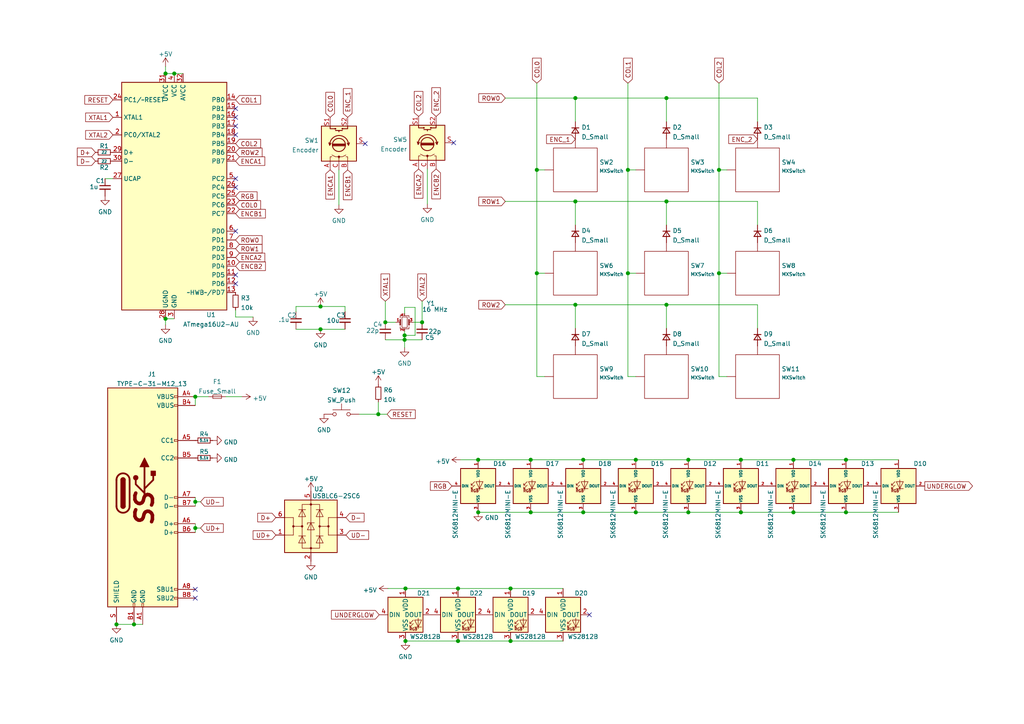
<source format=kicad_sch>
(kicad_sch (version 20210621) (generator eeschema)
  (paper "A4")
  (lib_symbols
    (symbol "Device:C_Small" (pin_numbers hide) (pin_names (offset 0.254) hide)
      (property "Reference" "C" (at 0.254 1.778 0))
      (property "Value" "C_Small" (at 0.254 -2.032 0))
      (symbol "C_Small_0_1"
        (polyline (pts (xy -1.524 -0.508) (xy 1.524 -0.508)) (stroke (width 0.3302)))
        (polyline (pts (xy -1.524 0.508) (xy 1.524 0.508)) (stroke (width 0.3048)))
      )
      (symbol "C_Small_1_1"
        (pin passive line (at 0 2.54 270) (length 2.032) (name "~") (number "1"))
        (pin passive line (at 0 -2.54 90) (length 2.032) (name "~") (number "2"))
      )
    )
    (symbol "Device:Crystal_GND24_Small" (pin_names (offset 1.016) hide)
      (property "Reference" "Y" (at 1.27 4.445 0))
      (property "Value" "Crystal_GND24_Small" (at 1.27 2.54 0))
      (symbol "Crystal_GND24_Small_0_1"
        (rectangle (start -0.762 -1.524) (end 0.762 1.524))
        (polyline (pts (xy -1.27 -0.762) (xy -1.27 0.762)) (stroke (width 0.381)))
        (polyline (pts (xy 1.27 -0.762) (xy 1.27 0.762)) (stroke (width 0.381)))
        (polyline (pts (xy -1.27 -1.27) (xy -1.27 -1.905) (xy 1.27 -1.905) (xy 1.27 -1.27)))
        (polyline (pts (xy -1.27 1.27) (xy -1.27 1.905) (xy 1.27 1.905) (xy 1.27 1.27)))
      )
      (symbol "Crystal_GND24_Small_1_1"
        (pin passive line (at -2.54 0 0) (length 1.27) (name "1") (number "1"))
        (pin passive line (at 0 -2.54 90) (length 0.635) (name "2") (number "2"))
        (pin passive line (at 2.54 0 180) (length 1.27) (name "3") (number "3"))
        (pin passive line (at 0 2.54 270) (length 0.635) (name "4") (number "4"))
      )
    )
    (symbol "Device:D_Small" (pin_numbers hide) (pin_names (offset 0.254) hide)
      (property "Reference" "D" (at -1.27 2.032 0))
      (property "Value" "D_Small" (at -3.81 -2.032 0))
      (symbol "D_Small_0_1"
        (polyline (pts (xy -0.762 -1.016) (xy -0.762 1.016)) (stroke (width 0.254)))
        (polyline (pts (xy -0.762 0) (xy 0.762 0)))
        (polyline (pts (xy 0.762 -1.016) (xy -0.762 0) (xy 0.762 1.016) (xy 0.762 -1.016)) (stroke (width 0.254)))
      )
      (symbol "D_Small_1_1"
        (pin passive line (at -2.54 0 0) (length 1.778) (name "K") (number "1"))
        (pin passive line (at 2.54 0 180) (length 1.778) (name "A") (number "2"))
      )
    )
    (symbol "Device:Fuse_Small" (pin_numbers hide) (pin_names (offset 0.254) hide)
      (property "Reference" "F" (at 0 -1.524 0))
      (property "Value" "Fuse_Small" (at 0 1.524 0))
      (symbol "Fuse_Small_0_1"
        (rectangle (start -1.27 0.508) (end 1.27 -0.508))
        (polyline (pts (xy -1.27 0) (xy 1.27 0)))
      )
      (symbol "Fuse_Small_1_1"
        (pin passive line (at -2.54 0 0) (length 1.27) (name "~") (number "1"))
        (pin passive line (at 2.54 0 180) (length 1.27) (name "~") (number "2"))
      )
    )
    (symbol "Device:R_Small" (pin_numbers hide) (pin_names (offset 0.254) hide)
      (property "Reference" "R" (at 0.762 0.508 0))
      (property "Value" "R_Small" (at 0.762 -1.016 0))
      (symbol "R_Small_0_1"
        (rectangle (start -0.762 1.778) (end 0.762 -1.778) (stroke (width 0.2032)))
      )
      (symbol "R_Small_1_1"
        (pin passive line (at 0 2.54 270) (length 0.762) (name "~") (number "1"))
        (pin passive line (at 0 -2.54 90) (length 0.762) (name "~") (number "2"))
      )
    )
    (symbol "LED:WS2812B" (pin_names (offset 0.254))
      (property "Reference" "D" (at 5.08 5.715 0))
      (property "Value" "WS2812B" (at 1.27 -5.715 0))
      (symbol "WS2812B_0_0"
        (text "RGB" (at 2.286 -4.191 0) (effects (font (size 0.762 0.762))))
      )
      (symbol "WS2812B_0_1"
        (rectangle (start 5.08 5.08) (end -5.08 -5.08) (stroke (width 0.254)) (fill (type background)))
        (polyline (pts (xy 1.27 -3.556) (xy 1.778 -3.556)))
        (polyline (pts (xy 1.27 -2.54) (xy 1.778 -2.54)))
        (polyline (pts (xy 4.699 -3.556) (xy 2.667 -3.556)))
        (polyline (pts (xy 2.286 -2.54) (xy 1.27 -3.556) (xy 1.27 -3.048)))
        (polyline (pts (xy 2.286 -1.524) (xy 1.27 -2.54) (xy 1.27 -2.032)))
        (polyline (pts (xy 3.683 -1.016) (xy 3.683 -3.556) (xy 3.683 -4.064)))
        (polyline (pts (xy 4.699 -1.524) (xy 2.667 -1.524) (xy 3.683 -3.556) (xy 4.699 -1.524)))
      )
      (symbol "WS2812B_1_1"
        (pin power_in line (at 0 7.62 270) (length 2.54) (name "VDD") (number "1"))
        (pin output line (at 7.62 0 180) (length 2.54) (name "DOUT") (number "2"))
        (pin power_in line (at 0 -7.62 90) (length 2.54) (name "VSS") (number "3"))
        (pin input line (at -7.62 0 0) (length 2.54) (name "DIN") (number "4"))
      )
    )
    (symbol "MCU_Microchip_ATmega:ATmega16U2-AU"
      (property "Reference" "U" (at -15.24 34.29 0))
      (property "Value" "ATmega16U2-AU" (at 2.54 -34.29 0))
      (symbol "ATmega16U2-AU_0_1"
        (rectangle (start -15.24 -33.02) (end 15.24 33.02) (stroke (width 0.254)) (fill (type background)))
      )
      (symbol "ATmega16U2-AU_1_1"
        (pin input line (at -17.78 22.86 0) (length 2.54) (name "XTAL1") (number "1"))
        (pin bidirectional line (at 17.78 -20.32 180) (length 2.54) (name "PD4") (number "10"))
        (pin bidirectional line (at 17.78 -22.86 180) (length 2.54) (name "PD5") (number "11"))
        (pin bidirectional line (at 17.78 -25.4 180) (length 2.54) (name "PD6") (number "12"))
        (pin bidirectional line (at 17.78 -27.94 180) (length 2.54) (name "~HWB~/PD7") (number "13"))
        (pin bidirectional line (at 17.78 27.94 180) (length 2.54) (name "PB0") (number "14"))
        (pin bidirectional line (at 17.78 25.4 180) (length 2.54) (name "PB1") (number "15"))
        (pin bidirectional line (at 17.78 22.86 180) (length 2.54) (name "PB2") (number "16"))
        (pin bidirectional line (at 17.78 20.32 180) (length 2.54) (name "PB3") (number "17"))
        (pin bidirectional line (at 17.78 17.78 180) (length 2.54) (name "PB4") (number "18"))
        (pin bidirectional line (at 17.78 15.24 180) (length 2.54) (name "PB5") (number "19"))
        (pin bidirectional line (at -17.78 17.78 0) (length 2.54) (name "PC0/XTAL2") (number "2"))
        (pin bidirectional line (at 17.78 12.7 180) (length 2.54) (name "PB6") (number "20"))
        (pin bidirectional line (at 17.78 10.16 180) (length 2.54) (name "PB7") (number "21"))
        (pin bidirectional line (at 17.78 -5.08 180) (length 2.54) (name "PC7") (number "22"))
        (pin bidirectional line (at 17.78 -2.54 180) (length 2.54) (name "PC6") (number "23"))
        (pin bidirectional line (at -17.78 27.94 0) (length 2.54) (name "PC1/~RESET") (number "24"))
        (pin bidirectional line (at 17.78 0 180) (length 2.54) (name "PC5") (number "25"))
        (pin bidirectional line (at 17.78 2.54 180) (length 2.54) (name "PC4") (number "26"))
        (pin passive line (at -17.78 5.08 0) (length 2.54) (name "UCAP") (number "27"))
        (pin power_in line (at -2.54 -35.56 90) (length 2.54) (name "UGND") (number "28"))
        (pin bidirectional line (at -17.78 12.7 0) (length 2.54) (name "D+") (number "29"))
        (pin power_in line (at 0 -35.56 90) (length 2.54) (name "GND") (number "3"))
        (pin bidirectional line (at -17.78 10.16 0) (length 2.54) (name "D-") (number "30"))
        (pin power_in line (at -2.54 35.56 270) (length 2.54) (name "UVCC") (number "31"))
        (pin power_in line (at 2.54 35.56 270) (length 2.54) (name "AVCC") (number "32"))
        (pin power_in line (at 0 35.56 270) (length 2.54) (name "VCC") (number "4"))
        (pin bidirectional line (at 17.78 5.08 180) (length 2.54) (name "PC2") (number "5"))
        (pin bidirectional line (at 17.78 -10.16 180) (length 2.54) (name "PD0") (number "6"))
        (pin bidirectional line (at 17.78 -12.7 180) (length 2.54) (name "PD1") (number "7"))
        (pin bidirectional line (at 17.78 -15.24 180) (length 2.54) (name "PD2") (number "8"))
        (pin bidirectional line (at 17.78 -17.78 180) (length 2.54) (name "PD3") (number "9"))
      )
    )
    (symbol "Power_Protection:USBLC6-2SC6" (pin_names hide)
      (property "Reference" "U" (at 2.54 8.89 0))
      (property "Value" "USBLC6-2SC6" (at 2.54 -8.89 0))
      (symbol "USBLC6-2SC6_0_1"
        (circle (center -5.08 0) (radius 0.254) (fill (type outline)))
        (circle (center -2.54 0) (radius 0.254) (fill (type outline)))
        (circle (center 0 -6.35) (radius 0.254) (fill (type outline)))
        (circle (center 0 6.35) (radius 0.254) (fill (type outline)))
        (circle (center 2.54 0) (radius 0.254) (fill (type outline)))
        (circle (center 5.08 0) (radius 0.254) (fill (type outline)))
        (rectangle (start -2.54 6.35) (end 2.54 -6.35))
        (rectangle (start -7.62 -7.62) (end 7.62 7.62) (stroke (width 0.254)) (fill (type background)))
        (polyline (pts (xy -5.08 -2.54) (xy -7.62 -2.54)))
        (polyline (pts (xy -5.08 0) (xy -5.08 -2.54)))
        (polyline (pts (xy -5.08 2.54) (xy -7.62 2.54)))
        (polyline (pts (xy -1.524 -2.794) (xy -3.556 -2.794)))
        (polyline (pts (xy -1.524 4.826) (xy -3.556 4.826)))
        (polyline (pts (xy 0 -7.62) (xy 0 -6.35)))
        (polyline (pts (xy 0 -6.35) (xy 0 1.27)))
        (polyline (pts (xy 0 1.27) (xy 0 6.35)))
        (polyline (pts (xy 0 6.35) (xy 0 7.62)))
        (polyline (pts (xy 1.524 -2.794) (xy 3.556 -2.794)))
        (polyline (pts (xy 1.524 4.826) (xy 3.556 4.826)))
        (polyline (pts (xy 5.08 -2.54) (xy 7.62 -2.54)))
        (polyline (pts (xy 5.08 0) (xy 5.08 -2.54)))
        (polyline (pts (xy 5.08 2.54) (xy 7.62 2.54)))
        (polyline (pts (xy -2.54 0) (xy -5.08 0) (xy -5.08 2.54)))
        (polyline (pts (xy 2.54 0) (xy 5.08 0) (xy 5.08 2.54)))
        (polyline (pts (xy -3.556 -4.826) (xy -1.524 -4.826) (xy -2.54 -2.794) (xy -3.556 -4.826)))
        (polyline (pts (xy -3.556 2.794) (xy -1.524 2.794) (xy -2.54 4.826) (xy -3.556 2.794)))
        (polyline (pts (xy -1.016 -1.016) (xy 1.016 -1.016) (xy 0 1.016) (xy -1.016 -1.016)))
        (polyline (pts (xy 1.016 1.016) (xy 0.762 1.016) (xy -1.016 1.016) (xy -1.016 0.508)))
        (polyline (pts (xy 3.556 -4.826) (xy 1.524 -4.826) (xy 2.54 -2.794) (xy 3.556 -4.826)))
        (polyline (pts (xy 3.556 2.794) (xy 1.524 2.794) (xy 2.54 4.826) (xy 3.556 2.794)))
      )
      (symbol "USBLC6-2SC6_1_1"
        (pin passive line (at -10.16 -2.54 0) (length 2.54) (name "I/O1") (number "1"))
        (pin passive line (at 0 -10.16 90) (length 2.54) (name "GND") (number "2"))
        (pin passive line (at 10.16 -2.54 180) (length 2.54) (name "I/O2") (number "3"))
        (pin passive line (at 10.16 2.54 180) (length 2.54) (name "I/O2") (number "4"))
        (pin passive line (at 0 10.16 270) (length 2.54) (name "VBUS") (number "5"))
        (pin passive line (at -10.16 2.54 0) (length 2.54) (name "I/O1") (number "6"))
      )
    )
    (symbol "Switch:SW_Push" (pin_numbers hide) (pin_names (offset 1.016) hide)
      (property "Reference" "SW" (at 1.27 2.54 0))
      (property "Value" "SW_Push" (at 0 -1.524 0))
      (symbol "SW_Push_0_1"
        (circle (center -2.032 0) (radius 0.508))
        (circle (center 2.032 0) (radius 0.508))
        (polyline (pts (xy 0 1.27) (xy 0 3.048)))
        (polyline (pts (xy 2.54 1.27) (xy -2.54 1.27)))
        (pin passive line (at -5.08 0 0) (length 2.54) (name "1") (number "1"))
        (pin passive line (at 5.08 0 180) (length 2.54) (name "2") (number "2"))
      )
    )
    (symbol "acheronSymbols:MXSwitch" (pin_names (offset 1.016))
      (property "Reference" "SW" (at 0 0 0))
      (property "Value" "MXSwitch" (at 0 -3.81 0))
      (symbol "MXSwitch_0_1"
        (rectangle (start -6.35 6.35) (end 6.35 -6.35))
        (polyline (pts (xy -6.35 0) (xy -8.89 0)))
        (polyline (pts (xy 0 6.35) (xy 0 8.89)))
      )
      (symbol "MXSwitch_1_1"
        (pin output line (at -8.89 0 0) (length 2.54) hide (name "Col") (number "1"))
        (pin input line (at 0 8.89 270) (length 2.54) hide (name "Row") (number "2"))
      )
    )
    (symbol "acheronSymbols:Rotary_Encoder_Switch_Chassis" (pin_names (offset 0.254) hide)
      (property "Reference" "SW" (at 0 6.604 0))
      (property "Value" "Rotary_Encoder_Switch_Chassis" (at 0 -6.604 0))
      (symbol "Rotary_Encoder_Switch_Chassis_0_1"
        (arc (start -0.381 -2.794) (end -0.381 2.667) (radius (at -0.381 -0.0508) (length 2.7432) (angles -89.9 89.9)) (stroke (width 0.254)))
        (circle (center -0.381 0) (radius 1.905) (stroke (width 0.254)))
        (circle (center 4.318 -1.016) (radius 0.127) (stroke (width 0.254)))
        (circle (center 4.318 1.016) (radius 0.127) (stroke (width 0.254)))
        (circle (center -3.81 0) (radius 0.254) (fill (type outline)))
        (rectangle (start -5.08 5.08) (end 5.08 -5.08) (stroke (width 0.254)) (fill (type background)))
        (polyline (pts (xy -0.635 -1.778) (xy -0.635 1.778)) (stroke (width 0.254)))
        (polyline (pts (xy -0.381 -1.778) (xy -0.381 1.778)) (stroke (width 0.254)))
        (polyline (pts (xy -0.127 1.778) (xy -0.127 -1.778)) (stroke (width 0.254)))
        (polyline (pts (xy 3.81 0) (xy 3.429 0)) (stroke (width 0.254)))
        (polyline (pts (xy 3.81 1.016) (xy 3.81 -1.016)) (stroke (width 0.254)))
        (polyline (pts (xy -5.08 -2.54) (xy -3.81 -2.54) (xy -3.81 -2.032)))
        (polyline (pts (xy -5.08 2.54) (xy -3.81 2.54) (xy -3.81 2.032)))
        (polyline (pts (xy 0.254 -3.048) (xy -0.508 -2.794) (xy 0.127 -2.413)) (stroke (width 0.254)))
        (polyline (pts (xy 0.254 2.921) (xy -0.508 2.667) (xy 0.127 2.286)) (stroke (width 0.254)))
        (polyline (pts (xy 5.08 -2.54) (xy 4.318 -2.54) (xy 4.318 -1.016)) (stroke (width 0.254)))
        (polyline (pts (xy 5.08 2.54) (xy 4.318 2.54) (xy 4.318 1.016)) (stroke (width 0.254)))
        (polyline (pts (xy -5.08 0) (xy -3.81 0) (xy -3.81 -1.016) (xy -3.302 -2.032)))
        (polyline (pts (xy -4.318 0) (xy -3.81 0) (xy -3.81 1.016) (xy -3.302 2.032)))
      )
      (symbol "Rotary_Encoder_Switch_Chassis_1_1"
        (pin passive line (at -7.62 2.54 0) (length 2.54) (name "A") (number "A"))
        (pin passive line (at -7.62 -2.54 0) (length 2.54) (name "B") (number "B"))
        (pin passive line (at -7.62 0 0) (length 2.54) (name "C") (number "C"))
        (pin bidirectional line (at 0 -7.62 90) (length 2.54) (name "Shield") (number "S"))
        (pin passive line (at 7.62 2.54 180) (length 2.54) (name "S1") (number "S1"))
        (pin passive line (at 7.62 -2.54 180) (length 2.54) (name "S2") (number "S2"))
      )
    )
    (symbol "acheronSymbols:SK6812MINI-E" (pin_names (offset 0.254))
      (property "Reference" "D" (at 5.08 5.715 0))
      (property "Value" "SK6812MINI-E" (at 1.27 -5.715 0))
      (property "MFN" "Dongguan Opsco Optoelectronics" (at 0 -11.176 0))
      (property "MPN" "SK812MINI-E" (at 0 -9.652 0))
      (property "PKG" "3228" (at 0 -12.954 0))
      (symbol "SK6812MINI-E_0_0"
        (text "RGB" (at -1.016 -1.397 0) (effects (font (size 0.762 0.762))))
      )
      (symbol "SK6812MINI-E_0_1"
        (rectangle (start 5.08 5.08) (end -5.08 -5.08) (stroke (width 0.254)) (fill (type background)))
        (polyline (pts (xy -2.032 -0.762) (xy -1.524 -0.762)))
        (polyline (pts (xy -2.032 0.254) (xy -1.524 0.254)))
        (polyline (pts (xy 1.397 -0.762) (xy -0.635 -0.762)))
        (polyline (pts (xy -1.016 0.254) (xy -2.032 -0.762) (xy -2.032 -0.254)))
        (polyline (pts (xy -1.016 1.27) (xy -2.032 0.254) (xy -2.032 0.762)))
        (polyline (pts (xy 0.381 1.778) (xy 0.381 -0.762) (xy 0.381 -1.27)))
        (polyline (pts (xy 1.397 1.27) (xy -0.635 1.27) (xy 0.381 -0.762) (xy 1.397 1.27)))
      )
      (symbol "SK6812MINI-E_1_1"
        (pin power_in line (at 0 7.62 270) (length 2.54) (name "VDD") (number "1"))
        (pin output line (at 7.62 0 180) (length 2.54) (name "DOUT") (number "2"))
        (pin power_in line (at 0 -7.62 90) (length 2.54) (name "VSS") (number "3"))
        (pin input line (at -7.62 0 0) (length 2.54) (name "DIN") (number "4"))
      )
    )
    (symbol "acheronSymbols:TYPE-C-31-M12_13" (pin_names (offset 1.016))
      (property "Reference" "J" (at -1.27 35.56 0))
      (property "Value" "TYPE-C-31-M12_13" (at 10.16 33.02 0))
      (symbol "TYPE-C-31-M12_13_0_0"
        (text "SS" (at 0.508 -3.175 900) (effects (font (size 5.08 5.08) bold italic)))
        (rectangle (start -0.254 -31.75) (end 0.254 -30.734))
        (rectangle (start 10.16 -28.956) (end 9.144 -29.464))
        (rectangle (start 10.16 -26.416) (end 9.144 -26.924))
        (rectangle (start 10.16 -9.906) (end 9.144 -10.414))
        (rectangle (start 10.16 -7.366) (end 9.144 -7.874))
        (rectangle (start 10.16 -2.286) (end 9.144 -2.794))
        (rectangle (start 10.16 0.254) (end 9.144 -0.254))
        (rectangle (start 10.16 11.684) (end 9.144 11.176))
        (rectangle (start 10.16 16.764) (end 9.144 16.256))
        (rectangle (start 10.16 29.464) (end 9.144 28.956))
      )
      (symbol "TYPE-C-31-M12_13_0_1"
        (arc (start -7.62 -2.54) (end -3.81 -2.54) (radius (at -5.715 -2.54) (length 1.905) (angles -179.9 -0.1)) (stroke (width 0.508)))
        (arc (start -6.35 -2.54) (end -5.08 -2.54) (radius (at -5.715 -2.54) (length 0.635) (angles -179.9 -0.1)) (stroke (width 0.254)))
        (arc (start -5.08 5.08) (end -6.35 5.08) (radius (at -5.715 5.08) (length 0.635) (angles 0.1 179.9)) (stroke (width 0.254)))
        (arc (start -3.81 5.08) (end -7.62 5.08) (radius (at -5.715 5.08) (length 1.905) (angles 0.1 179.9)) (stroke (width 0.508)))
        (arc (start -6.35 -2.54) (end -5.08 -2.54) (radius (at -5.715 -2.54) (length 0.635) (angles -179.9 -0.1)) (stroke (width 0.254)) (fill (type outline)))
        (arc (start -5.08 5.08) (end -6.35 5.08) (radius (at -5.715 5.08) (length 0.635) (angles 0.1 179.9)) (stroke (width 0.254)) (fill (type outline)))
        (circle (center -2.032 5.715) (radius 0.635) (stroke (width 0.254)) (fill (type outline)))
        (rectangle (start -6.35 -2.54) (end -5.08 5.08) (stroke (width 0.254)) (fill (type outline)))
        (rectangle (start 2.413 6.35) (end 3.683 7.62) (stroke (width 0.254)) (fill (type outline)))
        (rectangle (start -10.16 31.75) (end 10.16 -31.75) (stroke (width 0.254)) (fill (type background)))
        (polyline (pts (xy -7.62 -2.54) (xy -7.62 5.08)) (stroke (width 0.508)))
        (polyline (pts (xy -3.81 5.08) (xy -3.81 -2.54)) (stroke (width 0.508)))
        (polyline (pts (xy 0.508 0) (xy 0.508 8.89)) (stroke (width 0.508)))
        (polyline (pts (xy 0.508 1.27) (xy -2.032 3.81) (xy -2.032 5.08)) (stroke (width 0.508)))
        (polyline (pts (xy 0.508 2.54) (xy 3.048 5.08) (xy 3.048 6.35)) (stroke (width 0.508)))
        (polyline (pts (xy -0.762 8.89) (xy 0.508 11.43) (xy 1.778 8.89) (xy -0.762 8.89)) (stroke (width 0.254)) (fill (type outline)))
      )
      (symbol "TYPE-C-31-M12_13_1_1"
        (rectangle (start -2.794 -31.75) (end -2.286 -30.734))
        (rectangle (start 10.16 26.924) (end 9.144 26.416))
        (pin power_out line (at 0 -36.83 90) (length 5.08) (name "GND") (number "A1"))
        (pin power_out line (at 15.24 29.21 180) (length 5.08) (name "VBUS") (number "A4"))
        (pin bidirectional line (at 15.24 16.51 180) (length 5.08) (name "CC1") (number "A5"))
        (pin bidirectional line (at 15.24 -7.62 180) (length 5.08) (name "D+") (number "A6"))
        (pin bidirectional line (at 15.24 0 180) (length 5.08) (name "D-") (number "A7"))
        (pin bidirectional line (at 15.24 -26.67 180) (length 5.08) (name "SBU1") (number "A8"))
        (pin power_out line (at -2.54 -36.83 90) (length 5.08) (name "GND") (number "B1"))
        (pin power_out line (at 15.24 26.67 180) (length 5.08) (name "VBUS") (number "B4"))
        (pin bidirectional line (at 15.24 11.43 180) (length 5.08) (name "CC2") (number "B5"))
        (pin bidirectional line (at 15.24 -10.16 180) (length 5.08) (name "D+") (number "B6"))
        (pin bidirectional line (at 15.24 -2.54 180) (length 5.08) (name "D-") (number "B7"))
        (pin bidirectional line (at 15.24 -29.21 180) (length 5.08) (name "SBU2") (number "B8"))
        (pin passive line (at -7.62 -36.83 90) (length 5.08) (name "SHIELD") (number "S"))
      )
    )
    (symbol "power:+5V" (power) (pin_names (offset 0))
      (property "Value" "+5V" (at 0 3.556 0))
      (symbol "+5V_0_1"
        (polyline (pts (xy -0.762 1.27) (xy 0 2.54)))
        (polyline (pts (xy 0 0) (xy 0 2.54)))
        (polyline (pts (xy 0 2.54) (xy 0.762 1.27)))
      )
      (symbol "+5V_1_1"
        (pin power_in line (at 0 0 90) (length 0) hide (name "+5V") (number "1"))
      )
    )
    (symbol "power:GND" (power) (pin_names (offset 0))
      (property "Value" "GND" (at 0 -3.81 0))
      (symbol "GND_0_1"
        (polyline (pts (xy 0 0) (xy 0 -1.27) (xy 1.27 -1.27) (xy 0 -2.54) (xy -1.27 -1.27) (xy 0 -1.27)))
      )
      (symbol "GND_1_1"
        (pin power_in line (at 0 0 270) (length 0) hide (name "GND") (number "1"))
      )
    )
  )
  (junction (at 33.782 181.102) (diameter 1.016))
  (junction (at 38.862 181.102) (diameter 1.016))
  (junction (at 48.006 21.336) (diameter 1.016))
  (junction (at 48.006 92.456) (diameter 1.016))
  (junction (at 50.546 21.336) (diameter 1.016))
  (junction (at 56.642 115.062) (diameter 1.016))
  (junction (at 56.642 145.542) (diameter 1.016))
  (junction (at 56.642 153.162) (diameter 1.016))
  (junction (at 92.964 88.9) (diameter 1.016))
  (junction (at 92.964 95.504) (diameter 1.016))
  (junction (at 109.728 120.142) (diameter 1.016))
  (junction (at 111.76 93.472) (diameter 1.016))
  (junction (at 117.348 97.282) (diameter 1.016))
  (junction (at 117.348 98.552) (diameter 1.016))
  (junction (at 117.602 170.688) (diameter 1.016))
  (junction (at 117.602 185.928) (diameter 1.016))
  (junction (at 122.428 93.472) (diameter 1.016))
  (junction (at 132.842 170.688) (diameter 1.016))
  (junction (at 132.842 185.928) (diameter 1.016))
  (junction (at 138.684 133.35) (diameter 1.016))
  (junction (at 138.699 148.59) (diameter 1.016))
  (junction (at 148.082 170.688) (diameter 1.016))
  (junction (at 148.082 185.928) (diameter 1.016))
  (junction (at 153.924 133.35) (diameter 1.016))
  (junction (at 153.924 148.59) (diameter 1.016))
  (junction (at 155.702 49.276) (diameter 1.016))
  (junction (at 155.702 79.248) (diameter 1.016))
  (junction (at 166.878 28.448) (diameter 1.016))
  (junction (at 166.878 58.42) (diameter 1.016))
  (junction (at 166.878 88.392) (diameter 1.016))
  (junction (at 169.164 133.35) (diameter 1.016))
  (junction (at 169.164 148.59) (diameter 1.016))
  (junction (at 182.118 49.276) (diameter 1.016))
  (junction (at 182.118 79.248) (diameter 1.016))
  (junction (at 184.404 133.35) (diameter 1.016))
  (junction (at 184.404 148.59) (diameter 1.016))
  (junction (at 193.294 28.448) (diameter 1.016))
  (junction (at 193.294 58.42) (diameter 1.016))
  (junction (at 193.294 88.392) (diameter 1.016))
  (junction (at 199.644 133.35) (diameter 1.016))
  (junction (at 199.644 148.59) (diameter 1.016))
  (junction (at 208.534 49.276) (diameter 1.016))
  (junction (at 208.534 79.248) (diameter 1.016))
  (junction (at 214.884 133.35) (diameter 1.016))
  (junction (at 214.884 148.59) (diameter 1.016))
  (junction (at 230.124 133.35) (diameter 1.016))
  (junction (at 230.124 148.59) (diameter 1.016))
  (junction (at 245.364 133.35) (diameter 1.016))
  (junction (at 245.364 148.59) (diameter 1.016))
  (no_connect (at 56.642 170.942))
  (no_connect (at 56.642 173.482))
  (no_connect (at 68.326 31.496))
  (no_connect (at 68.326 34.036))
  (no_connect (at 68.326 36.576))
  (no_connect (at 68.326 39.116))
  (no_connect (at 68.326 51.816))
  (no_connect (at 68.326 54.356))
  (no_connect (at 68.326 67.056))
  (no_connect (at 68.326 79.756))
  (no_connect (at 68.326 82.296))
  (no_connect (at 105.918 41.656))
  (no_connect (at 131.572 41.402))
  (no_connect (at 170.942 178.308))
  (wire (pts (xy 30.48 51.816) (xy 32.766 51.816)))
  (wire (pts (xy 33.782 181.102) (xy 38.862 181.102)))
  (wire (pts (xy 38.862 181.102) (xy 41.402 181.102)))
  (wire (pts (xy 48.006 19.304) (xy 48.006 21.336)))
  (wire (pts (xy 48.006 21.336) (xy 50.546 21.336)))
  (wire (pts (xy 48.006 92.456) (xy 48.006 94.234)))
  (wire (pts (xy 48.006 92.456) (xy 50.546 92.456)))
  (wire (pts (xy 50.546 21.336) (xy 53.086 21.336)))
  (wire (pts (xy 56.642 115.062) (xy 56.642 117.602)))
  (wire (pts (xy 56.642 115.062) (xy 60.452 115.062)))
  (wire (pts (xy 56.642 144.272) (xy 56.642 145.542)))
  (wire (pts (xy 56.642 145.542) (xy 56.642 146.812)))
  (wire (pts (xy 56.642 145.542) (xy 58.166 145.542)))
  (wire (pts (xy 56.642 151.892) (xy 56.642 153.162)))
  (wire (pts (xy 56.642 153.162) (xy 56.642 154.432)))
  (wire (pts (xy 56.642 153.162) (xy 58.166 153.162)))
  (wire (pts (xy 65.532 115.062) (xy 70.104 115.062)))
  (wire (pts (xy 68.326 89.916) (xy 68.326 91.948)))
  (wire (pts (xy 68.326 91.948) (xy 73.406 91.948)))
  (wire (pts (xy 85.852 88.9) (xy 85.852 90.424)))
  (wire (pts (xy 85.852 88.9) (xy 92.964 88.9)))
  (wire (pts (xy 85.852 95.504) (xy 92.964 95.504)))
  (wire (pts (xy 92.964 88.9) (xy 100.076 88.9)))
  (wire (pts (xy 92.964 95.504) (xy 100.076 95.504)))
  (wire (pts (xy 98.298 49.276) (xy 98.298 59.436)))
  (wire (pts (xy 100.076 88.9) (xy 100.076 90.424)))
  (wire (pts (xy 104.14 120.142) (xy 109.728 120.142)))
  (wire (pts (xy 109.728 116.586) (xy 109.728 120.142)))
  (wire (pts (xy 109.728 120.142) (xy 112.268 120.142)))
  (wire (pts (xy 111.76 87.376) (xy 111.76 93.472)))
  (wire (pts (xy 111.76 93.472) (xy 114.808 93.472)))
  (wire (pts (xy 111.76 98.552) (xy 117.348 98.552)))
  (wire (pts (xy 112.522 170.688) (xy 117.602 170.688)))
  (wire (pts (xy 117.348 89.154) (xy 120.396 89.154)))
  (wire (pts (xy 117.348 90.932) (xy 117.348 89.154)))
  (wire (pts (xy 117.348 96.012) (xy 117.348 97.282)))
  (wire (pts (xy 117.348 97.282) (xy 117.348 98.552)))
  (wire (pts (xy 117.348 98.552) (xy 117.348 100.838)))
  (wire (pts (xy 117.348 98.552) (xy 122.428 98.552)))
  (wire (pts (xy 117.602 170.688) (xy 132.842 170.688)))
  (wire (pts (xy 117.602 185.928) (xy 132.842 185.928)))
  (wire (pts (xy 119.888 93.472) (xy 122.428 93.472)))
  (wire (pts (xy 120.396 89.154) (xy 120.396 97.282)))
  (wire (pts (xy 120.396 97.282) (xy 117.348 97.282)))
  (wire (pts (xy 122.428 87.376) (xy 122.428 93.472)))
  (wire (pts (xy 123.952 49.022) (xy 123.952 59.182)))
  (wire (pts (xy 132.842 170.688) (xy 148.082 170.688)))
  (wire (pts (xy 132.842 185.928) (xy 148.082 185.928)))
  (wire (pts (xy 133.604 133.35) (xy 138.684 133.35)))
  (wire (pts (xy 138.684 133.35) (xy 153.924 133.35)))
  (wire (pts (xy 138.684 148.59) (xy 138.699 148.59)))
  (wire (pts (xy 138.699 148.59) (xy 153.924 148.59)))
  (wire (pts (xy 148.082 170.688) (xy 163.322 170.688)))
  (wire (pts (xy 148.082 185.928) (xy 163.322 185.928)))
  (wire (pts (xy 153.924 133.35) (xy 169.164 133.35)))
  (wire (pts (xy 153.924 148.59) (xy 169.164 148.59)))
  (wire (pts (xy 155.702 24.13) (xy 155.702 49.276)))
  (wire (pts (xy 155.702 49.276) (xy 155.702 79.248)))
  (wire (pts (xy 155.702 79.248) (xy 155.702 109.22)))
  (wire (pts (xy 157.988 49.276) (xy 155.702 49.276)))
  (wire (pts (xy 157.988 79.248) (xy 155.702 79.248)))
  (wire (pts (xy 157.988 109.22) (xy 155.702 109.22)))
  (wire (pts (xy 166.878 28.448) (xy 146.558 28.448)))
  (wire (pts (xy 166.878 28.448) (xy 193.294 28.448)))
  (wire (pts (xy 166.878 35.306) (xy 166.878 28.448)))
  (wire (pts (xy 166.878 58.42) (xy 146.558 58.42)))
  (wire (pts (xy 166.878 58.42) (xy 193.294 58.42)))
  (wire (pts (xy 166.878 65.278) (xy 166.878 58.42)))
  (wire (pts (xy 166.878 88.392) (xy 146.558 88.392)))
  (wire (pts (xy 166.878 88.392) (xy 193.294 88.392)))
  (wire (pts (xy 166.878 95.25) (xy 166.878 88.392)))
  (wire (pts (xy 169.164 133.35) (xy 184.404 133.35)))
  (wire (pts (xy 169.164 148.59) (xy 184.404 148.59)))
  (wire (pts (xy 182.118 24.13) (xy 182.118 49.276)))
  (wire (pts (xy 182.118 49.276) (xy 182.118 79.248)))
  (wire (pts (xy 182.118 79.248) (xy 182.118 109.22)))
  (wire (pts (xy 184.404 49.276) (xy 182.118 49.276)))
  (wire (pts (xy 184.404 79.248) (xy 182.118 79.248)))
  (wire (pts (xy 184.404 109.22) (xy 182.118 109.22)))
  (wire (pts (xy 184.404 133.35) (xy 199.644 133.35)))
  (wire (pts (xy 184.404 148.59) (xy 199.644 148.59)))
  (wire (pts (xy 193.294 28.448) (xy 219.71 28.448)))
  (wire (pts (xy 193.294 35.306) (xy 193.294 28.448)))
  (wire (pts (xy 193.294 58.42) (xy 219.71 58.42)))
  (wire (pts (xy 193.294 65.278) (xy 193.294 58.42)))
  (wire (pts (xy 193.294 88.392) (xy 219.71 88.392)))
  (wire (pts (xy 193.294 95.25) (xy 193.294 88.392)))
  (wire (pts (xy 199.644 133.35) (xy 214.884 133.35)))
  (wire (pts (xy 199.644 148.59) (xy 214.884 148.59)))
  (wire (pts (xy 208.534 24.13) (xy 208.534 49.276)))
  (wire (pts (xy 208.534 49.276) (xy 208.534 79.248)))
  (wire (pts (xy 208.534 79.248) (xy 208.534 109.22)))
  (wire (pts (xy 210.82 49.276) (xy 208.534 49.276)))
  (wire (pts (xy 210.82 79.248) (xy 208.534 79.248)))
  (wire (pts (xy 210.82 109.22) (xy 208.534 109.22)))
  (wire (pts (xy 214.884 133.35) (xy 230.124 133.35)))
  (wire (pts (xy 214.884 148.59) (xy 230.124 148.59)))
  (wire (pts (xy 219.71 35.306) (xy 219.71 28.448)))
  (wire (pts (xy 219.71 65.278) (xy 219.71 58.42)))
  (wire (pts (xy 219.71 95.25) (xy 219.71 88.392)))
  (wire (pts (xy 230.124 133.35) (xy 245.364 133.35)))
  (wire (pts (xy 230.124 148.59) (xy 245.364 148.59)))
  (wire (pts (xy 245.364 133.35) (xy 260.604 133.35)))
  (wire (pts (xy 245.364 148.59) (xy 260.604 148.59)))
  (global_label "D+" (shape input) (at 27.686 44.196 180) (property "Intersheet References" "${INTERSHEET_REFS}" (effects hide)))
  (global_label "D-" (shape input) (at 27.686 46.736 180) (property "Intersheet References" "${INTERSHEET_REFS}" (effects hide)))
  (global_label "RESET" (shape input) (at 32.766 28.956 180) (property "Intersheet References" "${INTERSHEET_REFS}" (effects hide)))
  (global_label "XTAL1" (shape input) (at 32.766 34.036 180) (property "Intersheet References" "${INTERSHEET_REFS}" (effects hide)))
  (global_label "XTAL2" (shape input) (at 32.766 39.116 180) (property "Intersheet References" "${INTERSHEET_REFS}" (effects hide)))
  (global_label "UD-" (shape input) (at 58.166 145.542 0) (property "Intersheet References" "${INTERSHEET_REFS}" (effects hide)))
  (global_label "UD+" (shape input) (at 58.166 153.162 0) (property "Intersheet References" "${INTERSHEET_REFS}" (effects hide)))
  (global_label "COL1" (shape input) (at 68.326 28.956 0) (property "Intersheet References" "${INTERSHEET_REFS}" (effects hide)))
  (global_label "COL2" (shape input) (at 68.326 41.656 0) (property "Intersheet References" "${INTERSHEET_REFS}" (effects hide)))
  (global_label "ROW2" (shape input) (at 68.326 44.196 0) (property "Intersheet References" "${INTERSHEET_REFS}" (effects hide)))
  (global_label "ENCA1" (shape input) (at 68.326 46.736 0) (property "Intersheet References" "${INTERSHEET_REFS}" (effects hide)))
  (global_label "RGB" (shape input) (at 68.326 56.896 0) (property "Intersheet References" "${INTERSHEET_REFS}" (effects hide)))
  (global_label "COL0" (shape input) (at 68.326 59.436 0) (property "Intersheet References" "${INTERSHEET_REFS}" (effects hide)))
  (global_label "ENCB1" (shape input) (at 68.326 61.976 0) (property "Intersheet References" "${INTERSHEET_REFS}" (effects hide)))
  (global_label "ROW0" (shape input) (at 68.326 69.596 0) (property "Intersheet References" "${INTERSHEET_REFS}" (effects hide)))
  (global_label "ROW1" (shape input) (at 68.326 72.136 0) (property "Intersheet References" "${INTERSHEET_REFS}" (effects hide)))
  (global_label "ENCA2" (shape input) (at 68.326 74.676 0) (property "Intersheet References" "${INTERSHEET_REFS}" (effects hide)))
  (global_label "ENCB2" (shape input) (at 68.326 77.216 0) (property "Intersheet References" "${INTERSHEET_REFS}" (effects hide)))
  (global_label "D+" (shape input) (at 80.01 150.114 180) (property "Intersheet References" "${INTERSHEET_REFS}" (effects hide)))
  (global_label "UD+" (shape input) (at 80.01 155.194 180) (property "Intersheet References" "${INTERSHEET_REFS}" (effects hide)))
  (global_label "COL0" (shape input) (at 95.758 34.036 90) (property "Intersheet References" "${INTERSHEET_REFS}" (effects hide)))
  (global_label "ENCA1" (shape input) (at 95.758 49.276 270) (property "Intersheet References" "${INTERSHEET_REFS}" (effects hide)))
  (global_label "D-" (shape input) (at 100.33 150.114 0) (property "Intersheet References" "${INTERSHEET_REFS}" (effects hide)))
  (global_label "UD-" (shape input) (at 100.33 155.194 0) (property "Intersheet References" "${INTERSHEET_REFS}" (effects hide)))
  (global_label "ENC_1" (shape input) (at 100.838 34.036 90) (property "Intersheet References" "${INTERSHEET_REFS}" (effects hide)))
  (global_label "ENCB1" (shape input) (at 100.838 49.276 270) (property "Intersheet References" "${INTERSHEET_REFS}" (effects hide)))
  (global_label "UNDERGLOW" (shape input) (at 109.982 178.308 180) (property "Intersheet References" "${INTERSHEET_REFS}" (effects hide)))
  (global_label "XTAL1" (shape input) (at 111.76 87.376 90) (property "Intersheet References" "${INTERSHEET_REFS}" (effects hide)))
  (global_label "RESET" (shape input) (at 112.268 120.142 0) (property "Intersheet References" "${INTERSHEET_REFS}" (effects hide)))
  (global_label "COL2" (shape input) (at 121.412 33.782 90) (property "Intersheet References" "${INTERSHEET_REFS}" (effects hide)))
  (global_label "ENCA2" (shape input) (at 121.412 49.022 270) (property "Intersheet References" "${INTERSHEET_REFS}" (effects hide)))
  (global_label "XTAL2" (shape input) (at 122.428 87.376 90) (property "Intersheet References" "${INTERSHEET_REFS}" (effects hide)))
  (global_label "ENC_2" (shape input) (at 126.492 33.782 90) (property "Intersheet References" "${INTERSHEET_REFS}" (effects hide)))
  (global_label "ENCB2" (shape input) (at 126.492 49.022 270) (property "Intersheet References" "${INTERSHEET_REFS}" (effects hide)))
  (global_label "RGB" (shape input) (at 131.064 140.97 180) (property "Intersheet References" "${INTERSHEET_REFS}" (effects hide)))
  (global_label "ROW0" (shape input) (at 146.558 28.448 180) (property "Intersheet References" "${INTERSHEET_REFS}" (effects hide)))
  (global_label "ROW1" (shape input) (at 146.558 58.42 180) (property "Intersheet References" "${INTERSHEET_REFS}" (effects hide)))
  (global_label "ROW2" (shape input) (at 146.558 88.392 180) (property "Intersheet References" "${INTERSHEET_REFS}" (effects hide)))
  (global_label "COL0" (shape input) (at 155.702 24.13 90) (property "Intersheet References" "${INTERSHEET_REFS}" (effects hide)))
  (global_label "ENC_1" (shape input) (at 166.878 40.386 180) (property "Intersheet References" "${INTERSHEET_REFS}" (effects hide)))
  (global_label "COL1" (shape input) (at 182.118 24.13 90) (property "Intersheet References" "${INTERSHEET_REFS}" (effects hide)))
  (global_label "COL2" (shape input) (at 208.534 24.13 90) (property "Intersheet References" "${INTERSHEET_REFS}" (effects hide)))
  (global_label "ENC_2" (shape input) (at 219.71 40.386 180) (property "Intersheet References" "${INTERSHEET_REFS}" (effects hide)))
  (global_label "UNDERGLOW" (shape output) (at 268.224 140.97 0) (property "Intersheet References" "${INTERSHEET_REFS}" (effects hide)))
  (symbol (lib_id "power:+5V") (at 48.006 19.304 0) (unit 1)
    (property "Reference" "#PWR01" (effects hide))
    (property "Value" "+5V" (at 48.006 15.6994 0))
  )
  (symbol (lib_id "power:+5V") (at 70.104 115.062 270) (unit 1)
    (property "Reference" "#PWR07" (effects hide))
    (property "Value" "+5V" (at 73.2791 115.541 90) (effects (justify left)))
  )
  (symbol (lib_id "power:+5V") (at 90.17 142.494 0) (unit 1)
    (property "Reference" "#PWR013" (effects hide))
    (property "Value" "+5V" (at 90.17 138.8894 0))
  )
  (symbol (lib_id "power:+5V") (at 92.964 88.9 0) (unit 1)
    (property "Reference" "#PWR03" (effects hide))
    (property "Value" "+5V" (at 92.964 85.2954 0))
  )
  (symbol (lib_id "power:+5V") (at 109.728 111.506 0) (unit 1)
    (property "Reference" "#PWR010" (effects hide))
    (property "Value" "+5V" (at 109.728 107.9014 0))
  )
  (symbol (lib_id "power:+5V") (at 112.522 170.688 90) (unit 1)
    (property "Reference" "#PWR016" (effects hide))
    (property "Value" "+5V" (at 109.347 171.167 90) (effects (justify left)))
  )
  (symbol (lib_id "power:+5V") (at 133.604 133.35 90) (unit 1)
    (property "Reference" "#PWR012" (effects hide))
    (property "Value" "+5V" (at 130.429 133.829 90) (effects (justify left)))
  )
  (symbol (lib_id "Device:Fuse_Small") (at 62.992 115.062 0) (unit 1)
    (property "Reference" "F1" (at 62.992 110.7144 0))
    (property "Value" "Fuse_Small" (at 62.992 113.4895 0))
    (property "Footprint" "Fuse:Fuse_1206_3216Metric" (effects hide))
  )
  (symbol (lib_id "power:GND") (at 30.48 56.896 0) (unit 1)
    (property "Reference" "#PWR02" (effects hide))
    (property "Value" "GND" (at 30.48 61.4586 0))
  )
  (symbol (lib_id "power:GND") (at 33.782 181.102 0) (unit 1)
    (property "Reference" "#PWR017" (effects hide))
    (property "Value" "GND" (at 33.782 185.6646 0))
  )
  (symbol (lib_id "power:GND") (at 48.006 94.234 0) (unit 1)
    (property "Reference" "#PWR04" (effects hide))
    (property "Value" "GND" (at 48.006 98.7966 0))
  )
  (symbol (lib_id "power:GND") (at 61.722 127.762 90) (unit 1)
    (property "Reference" "#PWR09" (effects hide))
    (property "Value" "GND" (at 64.8971 128.241 90) (effects (justify right)))
  )
  (symbol (lib_id "power:GND") (at 61.722 132.842 90) (unit 1)
    (property "Reference" "#PWR011" (effects hide))
    (property "Value" "GND" (at 64.8971 133.321 90) (effects (justify right)))
  )
  (symbol (lib_id "power:GND") (at 73.406 91.948 0) (unit 1)
    (property "Reference" "#PWR08" (effects hide))
    (property "Value" "GND" (at 73.406 96.5106 0))
  )
  (symbol (lib_id "power:GND") (at 90.17 162.814 0) (unit 1)
    (property "Reference" "#PWR015" (effects hide))
    (property "Value" "GND" (at 90.17 167.3766 0))
  )
  (symbol (lib_id "power:GND") (at 92.964 95.504 0) (unit 1)
    (property "Reference" "#PWR05" (effects hide))
    (property "Value" "GND" (at 92.964 100.0666 0))
  )
  (symbol (lib_id "power:GND") (at 93.98 120.142 0) (unit 1)
    (property "Reference" "#PWR019" (effects hide))
    (property "Value" "GND" (at 93.98 124.7046 0))
  )
  (symbol (lib_id "power:GND") (at 98.298 59.436 0) (unit 1)
    (property "Reference" "#PWR0101" (effects hide))
    (property "Value" "GND" (at 98.298 63.9986 0))
  )
  (symbol (lib_id "power:GND") (at 117.348 100.838 0) (unit 1)
    (property "Reference" "#PWR06" (effects hide))
    (property "Value" "GND" (at 117.348 105.4006 0))
  )
  (symbol (lib_id "power:GND") (at 117.602 185.928 0) (unit 1)
    (property "Reference" "#PWR018" (effects hide))
    (property "Value" "GND" (at 117.602 190.4906 0))
  )
  (symbol (lib_id "power:GND") (at 123.952 59.182 0) (unit 1)
    (property "Reference" "#PWR0102" (effects hide))
    (property "Value" "GND" (at 123.952 63.7446 0))
  )
  (symbol (lib_id "power:GND") (at 138.699 148.59 0) (unit 1)
    (property "Reference" "#PWR014" (effects hide))
    (property "Value" "GND" (at 140.6041 150.1485 0) (effects (justify left)))
  )
  (symbol (lib_id "Device:R_Small") (at 30.226 44.196 90) (unit 1)
    (property "Reference" "R1" (at 30.226 42.3572 90))
    (property "Value" "22" (at 30.226 44.1578 90) (effects (font (size 0.8 0.8))))
    (property "Footprint" "Resistor_SMD:R_0603_1608Metric" (effects hide))
  )
  (symbol (lib_id "Device:R_Small") (at 30.226 46.736 270) (unit 1)
    (property "Reference" "R2" (at 30.226 48.5748 90))
    (property "Value" "22" (at 30.226 46.7742 90) (effects (font (size 0.8 0.8))))
    (property "Footprint" "Resistor_SMD:R_0603_1608Metric" (effects hide))
  )
  (symbol (lib_id "Device:R_Small") (at 59.182 127.762 90) (unit 1)
    (property "Reference" "R4" (at 59.182 125.9232 90))
    (property "Value" "5.1k" (at 59.182 127.7238 90) (effects (font (size 0.8 0.8))))
    (property "Footprint" "Resistor_SMD:R_0603_1608Metric" (effects hide))
  )
  (symbol (lib_id "Device:R_Small") (at 59.182 132.842 90) (unit 1)
    (property "Reference" "R5" (at 59.182 131.0032 90))
    (property "Value" "5.1k" (at 59.182 132.8038 90) (effects (font (size 0.8 0.8))))
    (property "Footprint" "Resistor_SMD:R_0603_1608Metric" (effects hide))
  )
  (symbol (lib_id "Device:R_Small") (at 68.326 87.376 0) (unit 1)
    (property "Reference" "R3" (at 69.8247 86.4675 0) (effects (justify left)))
    (property "Value" "10k" (at 69.8247 89.2426 0) (effects (justify left)))
    (property "Footprint" "Resistor_SMD:R_0603_1608Metric" (effects hide))
  )
  (symbol (lib_id "Device:R_Small") (at 109.728 114.046 0) (unit 1)
    (property "Reference" "R6" (at 111.2267 113.1375 0) (effects (justify left)))
    (property "Value" "10k" (at 111.2267 115.9126 0) (effects (justify left)))
    (property "Footprint" "Resistor_SMD:R_0603_1608Metric" (effects hide))
  )
  (symbol (lib_id "Device:D_Small") (at 166.878 37.846 270) (unit 1)
    (property "Reference" "D1" (at 168.6561 36.9375 90) (effects (justify left)))
    (property "Value" "D_Small" (at 168.6561 39.7126 90) (effects (justify left)))
    (property "Footprint" "acheron_Components:D_SOD-123" (effects hide))
  )
  (symbol (lib_id "Device:D_Small") (at 166.878 67.818 270) (unit 1)
    (property "Reference" "D4" (at 168.6561 66.9095 90) (effects (justify left)))
    (property "Value" "D_Small" (at 168.6561 69.6846 90) (effects (justify left)))
    (property "Footprint" "acheron_Components:D_SOD-123" (effects hide))
  )
  (symbol (lib_id "Device:D_Small") (at 166.878 97.79 270) (unit 1)
    (property "Reference" "D7" (at 168.6561 96.8815 90) (effects (justify left)))
    (property "Value" "D_Small" (at 168.6561 99.6566 90) (effects (justify left)))
    (property "Footprint" "acheron_Components:D_SOD-123" (effects hide))
  )
  (symbol (lib_id "Device:D_Small") (at 193.294 37.846 270) (unit 1)
    (property "Reference" "D2" (at 195.0721 36.9375 90) (effects (justify left)))
    (property "Value" "D_Small" (at 195.0721 39.7126 90) (effects (justify left)))
    (property "Footprint" "acheron_Components:D_SOD-123" (effects hide))
  )
  (symbol (lib_id "Device:D_Small") (at 193.294 67.818 270) (unit 1)
    (property "Reference" "D5" (at 195.0721 66.9095 90) (effects (justify left)))
    (property "Value" "D_Small" (at 195.0721 69.6846 90) (effects (justify left)))
    (property "Footprint" "acheron_Components:D_SOD-123" (effects hide))
  )
  (symbol (lib_id "Device:D_Small") (at 193.294 97.79 270) (unit 1)
    (property "Reference" "D8" (at 195.0721 96.8815 90) (effects (justify left)))
    (property "Value" "D_Small" (at 195.0721 99.6566 90) (effects (justify left)))
    (property "Footprint" "acheron_Components:D_SOD-123" (effects hide))
  )
  (symbol (lib_id "Device:D_Small") (at 219.71 37.846 270) (unit 1)
    (property "Reference" "D3" (at 221.4881 36.9375 90) (effects (justify left)))
    (property "Value" "D_Small" (at 221.4881 39.7126 90) (effects (justify left)))
    (property "Footprint" "acheron_Components:D_SOD-123" (effects hide))
  )
  (symbol (lib_id "Device:D_Small") (at 219.71 67.818 270) (unit 1)
    (property "Reference" "D6" (at 221.4881 66.9095 90) (effects (justify left)))
    (property "Value" "D_Small" (at 221.4881 69.6846 90) (effects (justify left)))
    (property "Footprint" "acheron_Components:D_SOD-123" (effects hide))
  )
  (symbol (lib_id "Device:D_Small") (at 219.71 97.79 270) (unit 1)
    (property "Reference" "D9" (at 221.4881 96.8815 90) (effects (justify left)))
    (property "Value" "D_Small" (at 221.4881 99.6566 90) (effects (justify left)))
    (property "Footprint" "acheron_Components:D_SOD-123" (effects hide))
  )
  (symbol (lib_id "Device:C_Small") (at 30.48 54.356 0) (unit 1)
    (property "Reference" "C1" (at 27.7242 52.4315 0) (effects (justify left)))
    (property "Value" "1u" (at 25.9462 54.1906 0) (effects (justify left)))
    (property "Footprint" "Capacitor_SMD:C_0603_1608Metric" (effects hide))
  )
  (symbol (lib_id "Device:C_Small") (at 85.852 92.964 0) (unit 1)
    (property "Reference" "C2" (at 83.312 91.44 0) (effects (justify left)))
    (property "Value" ".1u" (at 80.772 92.71 0) (effects (justify left)))
    (property "Footprint" "Capacitor_SMD:C_0603_1608Metric" (effects hide))
  )
  (symbol (lib_id "Device:C_Small") (at 100.076 92.964 0) (unit 1)
    (property "Reference" "C3" (at 97.536 91.44 0) (effects (justify left)))
    (property "Value" "10u" (at 94.742 92.964 0) (effects (justify left)))
    (property "Footprint" "Capacitor_SMD:C_0603_1608Metric" (effects hide))
  )
  (symbol (lib_id "Device:C_Small") (at 111.76 96.012 0) (unit 1)
    (property "Reference" "C4" (at 108.2115 94.1 0) (effects (justify left)))
    (property "Value" "22p" (at 106.1795 95.878 0) (effects (justify left)))
    (property "Footprint" "Capacitor_SMD:C_0603_1608Metric" (effects hide))
  )
  (symbol (lib_id "Device:C_Small") (at 122.428 96.012 180) (unit 1)
    (property "Reference" "C5" (at 125.9765 97.924 0) (effects (justify left)))
    (property "Value" "22p" (at 128.0085 96.146 0) (effects (justify left)))
    (property "Footprint" "Capacitor_SMD:C_0603_1608Metric" (effects hide))
  )
  (symbol (lib_id "Device:Crystal_GND24_Small") (at 117.348 93.472 0) (unit 1)
    (property "Reference" "Y1" (at 123.6981 87.9915 0) (effects (justify left)))
    (property "Value" "16 MHz" (at 122.4281 89.7506 0) (effects (justify left)))
    (property "Footprint" "acheron_Components:Crystal_SMD_3225-4Pin_3.2x2.5mm" (effects hide))
  )
  (symbol (lib_id "Switch:SW_Push") (at 99.06 120.142 0) (unit 1)
    (property "Reference" "SW12" (at 99.06 113.2544 0))
    (property "Value" "SW_Push" (at 99.06 116.0295 0))
    (property "Footprint" "Button_Switch_SMD:SW_SPST_SKQG_WithStem" (effects hide))
  )
  (symbol (lib_id "acheronSymbols:Rotary_Encoder_Switch_Chassis") (at 98.298 41.656 90) (unit 1)
    (property "Reference" "SW1" (at 92.456 40.7475 90) (effects (justify left)))
    (property "Value" "Encoder" (at 92.456 43.5226 90) (effects (justify left)))
    (property "Footprint" "Rotary_Encoder:RotaryEncoder_Alps_EC11E-Switch_Vertical_H20mm" (effects hide))
  )
  (symbol (lib_id "acheronSymbols:Rotary_Encoder_Switch_Chassis") (at 123.952 41.402 90) (unit 1)
    (property "Reference" "SW5" (at 118.11 40.4935 90) (effects (justify left)))
    (property "Value" "Encoder" (at 118.11 43.2686 90) (effects (justify left)))
    (property "Footprint" "Rotary_Encoder:RotaryEncoder_Alps_EC11E-Switch_Vertical_H20mm" (effects hide))
  )
  (symbol (lib_id "acheronSymbols:MXSwitch") (at 166.878 49.276 0) (unit 1)
    (property "Reference" "SW2" (at 173.8631 47.0789 0) (effects (justify left)))
    (property "Value" "MXSwitch" (at 173.8631 49.5766 0) (effects (font (size 0.9906 0.9906)) (justify left)))
    (property "Footprint" "acheron_MX_SolderMask:MX100" (effects hide))
  )
  (symbol (lib_id "acheronSymbols:MXSwitch") (at 166.878 79.248 0) (unit 1)
    (property "Reference" "SW6" (at 173.8631 77.0509 0) (effects (justify left)))
    (property "Value" "MXSwitch" (at 173.8631 79.5486 0) (effects (font (size 0.9906 0.9906)) (justify left)))
    (property "Footprint" "acheron_MX_SolderMask:MX100" (effects hide))
  )
  (symbol (lib_id "acheronSymbols:MXSwitch") (at 166.878 109.22 0) (unit 1)
    (property "Reference" "SW9" (at 173.8631 107.0229 0) (effects (justify left)))
    (property "Value" "MXSwitch" (at 173.8631 109.5206 0) (effects (font (size 0.9906 0.9906)) (justify left)))
    (property "Footprint" "acheron_MX_SolderMask:MX100" (effects hide))
  )
  (symbol (lib_id "acheronSymbols:MXSwitch") (at 193.294 49.276 0) (unit 1)
    (property "Reference" "SW3" (at 200.2791 47.0789 0) (effects (justify left)))
    (property "Value" "MXSwitch" (at 200.2791 49.5766 0) (effects (font (size 0.9906 0.9906)) (justify left)))
    (property "Footprint" "acheron_MX_SolderMask:MX100" (effects hide))
  )
  (symbol (lib_id "acheronSymbols:MXSwitch") (at 193.294 79.248 0) (unit 1)
    (property "Reference" "SW7" (at 200.2791 77.0509 0) (effects (justify left)))
    (property "Value" "MXSwitch" (at 200.2791 79.5486 0) (effects (font (size 0.9906 0.9906)) (justify left)))
    (property "Footprint" "acheron_MX_SolderMask:MX100" (effects hide))
  )
  (symbol (lib_id "acheronSymbols:MXSwitch") (at 193.294 109.22 0) (unit 1)
    (property "Reference" "SW10" (at 200.2791 107.0229 0) (effects (justify left)))
    (property "Value" "MXSwitch" (at 200.2791 109.5206 0) (effects (font (size 0.9906 0.9906)) (justify left)))
    (property "Footprint" "acheron_MX_SolderMask:MX100" (effects hide))
  )
  (symbol (lib_id "acheronSymbols:MXSwitch") (at 219.71 49.276 0) (unit 1)
    (property "Reference" "SW4" (at 226.6951 47.0789 0) (effects (justify left)))
    (property "Value" "MXSwitch" (at 226.6951 49.5766 0) (effects (font (size 0.9906 0.9906)) (justify left)))
    (property "Footprint" "acheron_MX_SolderMask:MX100" (effects hide))
  )
  (symbol (lib_id "acheronSymbols:MXSwitch") (at 219.71 79.248 0) (unit 1)
    (property "Reference" "SW8" (at 226.6951 77.0509 0) (effects (justify left)))
    (property "Value" "MXSwitch" (at 226.6951 79.5486 0) (effects (font (size 0.9906 0.9906)) (justify left)))
    (property "Footprint" "acheron_MX_SolderMask:MX100" (effects hide))
  )
  (symbol (lib_id "acheronSymbols:MXSwitch") (at 219.71 109.22 0) (unit 1)
    (property "Reference" "SW11" (at 226.6951 107.0229 0) (effects (justify left)))
    (property "Value" "MXSwitch" (at 226.6951 109.5206 0) (effects (font (size 0.9906 0.9906)) (justify left)))
    (property "Footprint" "acheron_MX_SolderMask:MX100" (effects hide))
  )
  (symbol (lib_id "LED:WS2812B") (at 117.602 178.308 0) (unit 1)
    (property "Reference" "D21" (at 120.9041 172.0655 0) (effects (justify left)))
    (property "Value" "WS2812B" (at 118.872 184.658 0) (effects (justify left)))
    (property "Footprint" "LED_SMD:LED_WS2812B_PLCC4_5.0x5.0mm_P3.2mm" (effects hide))
    (property "Datasheet" "https://cdn-shop.adafruit.com/datasheets/WS2812B.pdf" (effects hide))
  )
  (symbol (lib_id "LED:WS2812B") (at 132.842 178.308 0) (unit 1)
    (property "Reference" "D22" (at 136.1441 172.0655 0) (effects (justify left)))
    (property "Value" "WS2812B" (at 134.112 184.658 0) (effects (justify left)))
    (property "Footprint" "LED_SMD:LED_WS2812B_PLCC4_5.0x5.0mm_P3.2mm" (effects hide))
    (property "Datasheet" "https://cdn-shop.adafruit.com/datasheets/WS2812B.pdf" (effects hide))
  )
  (symbol (lib_id "acheronSymbols:SK6812MINI-E") (at 138.684 140.97 0) (unit 1)
    (property "Reference" "D16" (at 143.0021 134.4735 0) (effects (justify left)))
    (property "Value" "SK6812MINI-E" (at 132.0801 156.2986 90) (effects (justify left)))
    (property "Footprint" "acheron_Components:SK6812MINI_3535_6028_3.2x2.8mm_Round" (effects hide))
    (property "Datasheet" "https://ecksteinimg.de/Datasheet/LED/LED0011/SK6812MINI-E_REV02_EN.pdf" (effects hide))
    (property "MFN" "Dongguan Opsco Optoelectronics" (effects hide))
    (property "MPN" "SK812MINI-E" (effects hide))
    (property "PKG" "3228" (effects hide))
  )
  (symbol (lib_id "LED:WS2812B") (at 148.082 178.308 0) (unit 1)
    (property "Reference" "D19" (at 151.3841 172.0655 0) (effects (justify left)))
    (property "Value" "WS2812B" (at 149.352 184.658 0) (effects (justify left)))
    (property "Footprint" "LED_SMD:LED_WS2812B_PLCC4_5.0x5.0mm_P3.2mm" (effects hide))
    (property "Datasheet" "https://cdn-shop.adafruit.com/datasheets/WS2812B.pdf" (effects hide))
  )
  (symbol (lib_id "acheronSymbols:SK6812MINI-E") (at 153.924 140.97 0) (unit 1)
    (property "Reference" "D17" (at 158.2421 134.4735 0) (effects (justify left)))
    (property "Value" "SK6812MINI-E" (at 147.3201 156.2986 90) (effects (justify left)))
    (property "Footprint" "acheron_Components:SK6812MINI_3535_6028_3.2x2.8mm_Round" (effects hide))
    (property "Datasheet" "https://ecksteinimg.de/Datasheet/LED/LED0011/SK6812MINI-E_REV02_EN.pdf" (effects hide))
    (property "MFN" "Dongguan Opsco Optoelectronics" (effects hide))
    (property "MPN" "SK812MINI-E" (effects hide))
    (property "PKG" "3228" (effects hide))
  )
  (symbol (lib_id "LED:WS2812B") (at 163.322 178.308 0) (unit 1)
    (property "Reference" "D20" (at 166.6241 172.0655 0) (effects (justify left)))
    (property "Value" "WS2812B" (at 164.592 184.658 0) (effects (justify left)))
    (property "Footprint" "LED_SMD:LED_WS2812B_PLCC4_5.0x5.0mm_P3.2mm" (effects hide))
    (property "Datasheet" "https://cdn-shop.adafruit.com/datasheets/WS2812B.pdf" (effects hide))
  )
  (symbol (lib_id "acheronSymbols:SK6812MINI-E") (at 169.164 140.97 0) (unit 1)
    (property "Reference" "D18" (at 173.4821 134.4735 0) (effects (justify left)))
    (property "Value" "SK6812MINI-E" (at 162.5601 156.2986 90) (effects (justify left)))
    (property "Footprint" "acheron_Components:SK6812MINI_3535_6028_3.2x2.8mm_Round" (effects hide))
    (property "Datasheet" "https://ecksteinimg.de/Datasheet/LED/LED0011/SK6812MINI-E_REV02_EN.pdf" (effects hide))
    (property "MFN" "Dongguan Opsco Optoelectronics" (effects hide))
    (property "MPN" "SK812MINI-E" (effects hide))
    (property "PKG" "3228" (effects hide))
  )
  (symbol (lib_id "acheronSymbols:SK6812MINI-E") (at 184.404 140.97 0) (unit 1)
    (property "Reference" "D15" (at 188.7221 134.4735 0) (effects (justify left)))
    (property "Value" "SK6812MINI-E" (at 177.8001 156.2986 90) (effects (justify left)))
    (property "Footprint" "acheron_Components:SK6812MINI_3535_6028_3.2x2.8mm_Round" (effects hide))
    (property "Datasheet" "https://ecksteinimg.de/Datasheet/LED/LED0011/SK6812MINI-E_REV02_EN.pdf" (effects hide))
    (property "MFN" "Dongguan Opsco Optoelectronics" (effects hide))
    (property "MPN" "SK812MINI-E" (effects hide))
    (property "PKG" "3228" (effects hide))
  )
  (symbol (lib_id "acheronSymbols:SK6812MINI-E") (at 199.644 140.97 0) (unit 1)
    (property "Reference" "D12" (at 203.9621 134.4735 0) (effects (justify left)))
    (property "Value" "SK6812MINI-E" (at 193.0401 156.2986 90) (effects (justify left)))
    (property "Footprint" "acheron_Components:SK6812MINI_3535_6028_3.2x2.8mm_Round" (effects hide))
    (property "Datasheet" "https://ecksteinimg.de/Datasheet/LED/LED0011/SK6812MINI-E_REV02_EN.pdf" (effects hide))
    (property "MFN" "Dongguan Opsco Optoelectronics" (effects hide))
    (property "MPN" "SK812MINI-E" (effects hide))
    (property "PKG" "3228" (effects hide))
  )
  (symbol (lib_id "acheronSymbols:SK6812MINI-E") (at 214.884 140.97 0) (unit 1)
    (property "Reference" "D11" (at 219.2021 134.4735 0) (effects (justify left)))
    (property "Value" "SK6812MINI-E" (at 208.2801 156.2986 90) (effects (justify left)))
    (property "Footprint" "acheron_Components:SK6812MINI_3535_6028_3.2x2.8mm_Round" (effects hide))
    (property "Datasheet" "https://ecksteinimg.de/Datasheet/LED/LED0011/SK6812MINI-E_REV02_EN.pdf" (effects hide))
    (property "MFN" "Dongguan Opsco Optoelectronics" (effects hide))
    (property "MPN" "SK812MINI-E" (effects hide))
    (property "PKG" "3228" (effects hide))
  )
  (symbol (lib_id "acheronSymbols:SK6812MINI-E") (at 230.124 140.97 0) (unit 1)
    (property "Reference" "D14" (at 234.4421 134.4735 0) (effects (justify left)))
    (property "Value" "SK6812MINI-E" (at 223.5201 156.2986 90) (effects (justify left)))
    (property "Footprint" "acheron_Components:SK6812MINI_3535_6028_3.2x2.8mm_Round" (effects hide))
    (property "Datasheet" "https://ecksteinimg.de/Datasheet/LED/LED0011/SK6812MINI-E_REV02_EN.pdf" (effects hide))
    (property "MFN" "Dongguan Opsco Optoelectronics" (effects hide))
    (property "MPN" "SK812MINI-E" (effects hide))
    (property "PKG" "3228" (effects hide))
  )
  (symbol (lib_id "acheronSymbols:SK6812MINI-E") (at 245.364 140.97 0) (unit 1)
    (property "Reference" "D13" (at 249.6821 134.4735 0) (effects (justify left)))
    (property "Value" "SK6812MINI-E" (at 238.7601 156.2986 90) (effects (justify left)))
    (property "Footprint" "acheron_Components:SK6812MINI_3535_6028_3.2x2.8mm_Round" (effects hide))
    (property "Datasheet" "https://ecksteinimg.de/Datasheet/LED/LED0011/SK6812MINI-E_REV02_EN.pdf" (effects hide))
    (property "MFN" "Dongguan Opsco Optoelectronics" (effects hide))
    (property "MPN" "SK812MINI-E" (effects hide))
    (property "PKG" "3228" (effects hide))
  )
  (symbol (lib_id "acheronSymbols:SK6812MINI-E") (at 260.604 140.97 0) (unit 1)
    (property "Reference" "D10" (at 264.9221 134.4735 0) (effects (justify left)))
    (property "Value" "SK6812MINI-E" (at 254.0001 156.2986 90) (effects (justify left)))
    (property "Footprint" "acheron_Components:SK6812MINI_3535_6028_3.2x2.8mm_Round" (effects hide))
    (property "Datasheet" "https://ecksteinimg.de/Datasheet/LED/LED0011/SK6812MINI-E_REV02_EN.pdf" (effects hide))
    (property "MFN" "Dongguan Opsco Optoelectronics" (effects hide))
    (property "MPN" "SK812MINI-E" (effects hide))
    (property "PKG" "3228" (effects hide))
  )
  (symbol (lib_id "Power_Protection:USBLC6-2SC6") (at 90.17 152.654 0) (unit 1)
    (property "Reference" "U2" (at 92.456 141.8294 0))
    (property "Value" "USBLC6-2SC6" (at 97.536 143.8425 0))
    (property "Footprint" "Package_TO_SOT_SMD:SOT-23-6" (effects hide))
    (property "Datasheet" "https://www.st.com/resource/en/datasheet/usblc6-2.pdf" (effects hide))
  )
  (symbol (lib_id "acheronSymbols:TYPE-C-31-M12_13") (at 41.402 144.272 0) (unit 1)
    (property "Reference" "J1" (at 44.069 108.5554 0))
    (property "Value" "TYPE-C-31-M12_13" (at 44.069 111.3305 0))
    (property "Footprint" "acheron_Connectors:TYPE-C-31-M-12" (effects hide))
  )
  (symbol (lib_id "MCU_Microchip_ATmega:ATmega16U2-AU") (at 50.546 56.896 0) (unit 1)
    (property "Reference" "U1" (at 61.214 91.3036 0))
    (property "Value" "ATmega16U2-AU" (at 61.214 94.0787 0))
    (property "Footprint" "Package_QFP:TQFP-32_7x7mm_P0.8mm" (effects hide))
    (property "Datasheet" "http://ww1.microchip.com/downloads/en/DeviceDoc/doc7799.pdf" (effects hide))
  )
)
</source>
